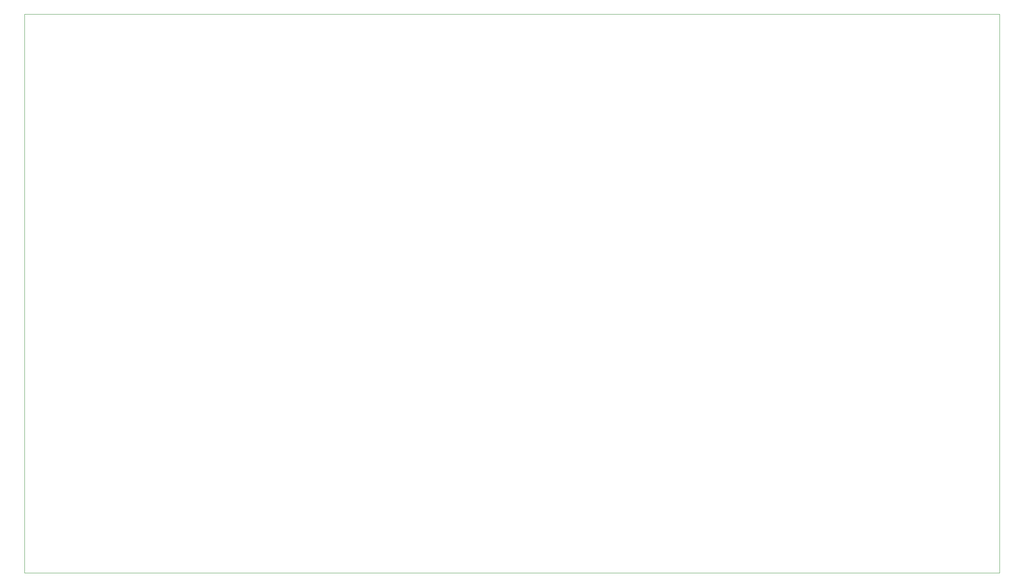
<source format=gbr>
%TF.GenerationSoftware,KiCad,Pcbnew,9.0.7*%
%TF.CreationDate,2026-02-23T23:42:04+09:00*%
%TF.ProjectId,YmmKeyboardMX,596d6d4b-6579-4626-9f61-72644d582e6b,rev?*%
%TF.SameCoordinates,Original*%
%TF.FileFunction,Profile,NP*%
%FSLAX46Y46*%
G04 Gerber Fmt 4.6, Leading zero omitted, Abs format (unit mm)*
G04 Created by KiCad (PCBNEW 9.0.7) date 2026-02-23 23:42:04*
%MOMM*%
%LPD*%
G01*
G04 APERTURE LIST*
%TA.AperFunction,Profile*%
%ADD10C,0.050000*%
%TD*%
G04 APERTURE END LIST*
D10*
X25400000Y-25400000D02*
X241300000Y-25400000D01*
X241300000Y-149200000D01*
X25400000Y-149200000D01*
X25400000Y-25400000D01*
M02*

</source>
